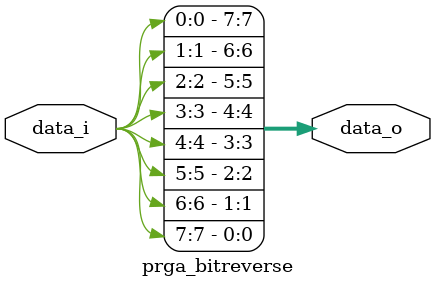
<source format=v>
`timescale 1ns/1ps
module prga_bitreverse #(
    parameter   DATA_WIDTH = 8
) (
    input wire [DATA_WIDTH-1:0]     data_i,
    output wire [DATA_WIDTH-1:0]    data_o
    );

    genvar i;
    generate
        for (i = 0; i < DATA_WIDTH; i = i + 1) begin: g_rev
            assign data_o[DATA_WIDTH - 1 - i] = data_i[i];
        end
    endgenerate

endmodule

</source>
